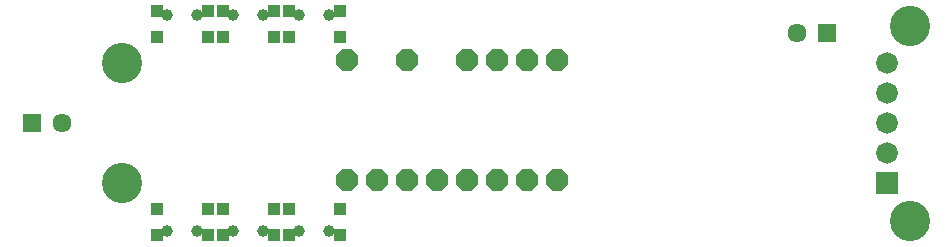
<source format=gbs>
G75*
G70*
%OFA0B0*%
%FSLAX24Y24*%
%IPPOS*%
%LPD*%
%AMOC8*
5,1,8,0,0,1.08239X$1,22.5*
%
%ADD10C,0.1340*%
%ADD11R,0.0635X0.0635*%
%ADD12C,0.0635*%
%ADD13R,0.0720X0.0720*%
%ADD14C,0.0720*%
%ADD15OC8,0.0714*%
%ADD16R,0.0395X0.0395*%
%ADD17C,0.0395*%
D10*
X004161Y002282D03*
X004161Y006282D03*
X030411Y007532D03*
X030411Y001032D03*
D11*
X027661Y007282D03*
X001161Y004282D03*
D12*
X002161Y004282D03*
X026661Y007282D03*
D13*
X029661Y002282D03*
D14*
X029661Y003282D03*
X029661Y004282D03*
X029661Y005282D03*
X029661Y006282D03*
D15*
X018661Y006382D03*
X017661Y006382D03*
X016661Y006382D03*
X015661Y006382D03*
X013661Y006382D03*
X011661Y006382D03*
X011661Y002382D03*
X012661Y002382D03*
X013661Y002382D03*
X014661Y002382D03*
X015661Y002382D03*
X016661Y002382D03*
X017661Y002382D03*
X018661Y002382D03*
D16*
X005313Y000549D03*
X007009Y000549D03*
X007513Y000549D03*
X009209Y000549D03*
X009713Y000549D03*
X011409Y000549D03*
X011409Y001415D03*
X009713Y001415D03*
X009209Y001415D03*
X007513Y001415D03*
X007009Y001415D03*
X005313Y001415D03*
X005313Y007149D03*
X007009Y007149D03*
X007513Y007149D03*
X009209Y007149D03*
X009713Y007149D03*
X011409Y007149D03*
X011409Y008015D03*
X009713Y008015D03*
X009209Y008015D03*
X007513Y008015D03*
X007009Y008015D03*
X005313Y008015D03*
D17*
X005669Y007877D03*
X005669Y007877D03*
X006653Y007877D03*
X006653Y007877D03*
X007869Y007877D03*
X007869Y007877D03*
X008853Y007877D03*
X008853Y007877D03*
X010069Y007877D03*
X010069Y007877D03*
X011053Y007877D03*
X011053Y007877D03*
X011053Y000687D03*
X011053Y000687D03*
X010069Y000687D03*
X010069Y000687D03*
X008853Y000687D03*
X008853Y000687D03*
X007869Y000687D03*
X007869Y000687D03*
X006653Y000687D03*
X006653Y000687D03*
X005669Y000687D03*
X005669Y000687D03*
M02*

</source>
